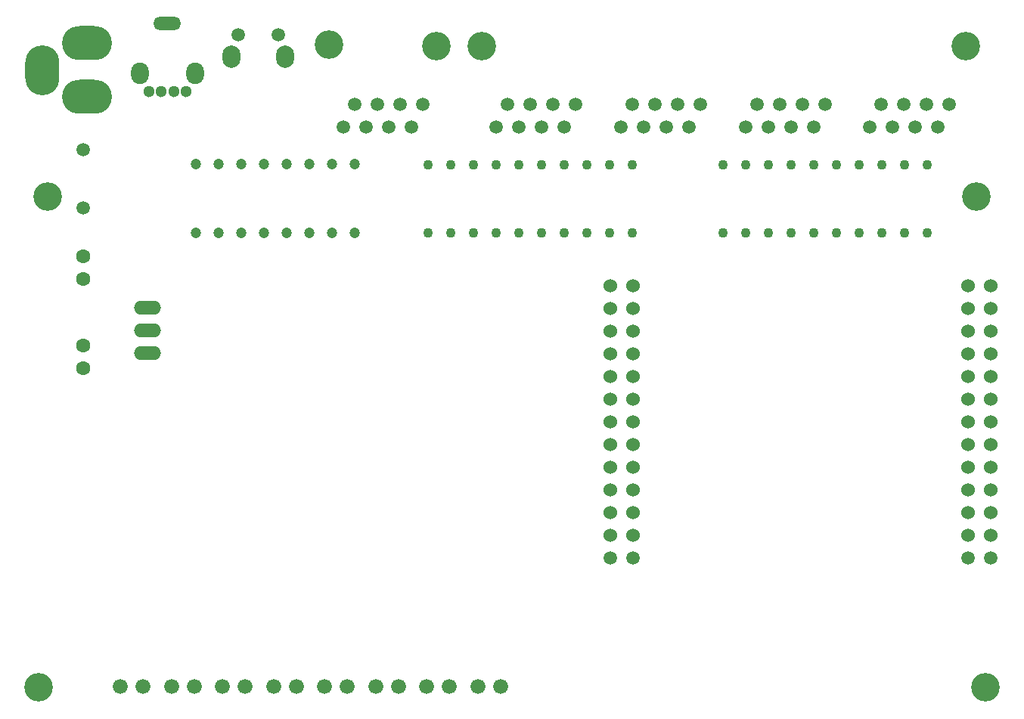
<source format=gbs>
G04 (created by PCBNEW (2013-07-07 BZR 4022)-stable) date 2013/12/2 11:28:43*
%MOIN*%
G04 Gerber Fmt 3.4, Leading zero omitted, Abs format*
%FSLAX34Y34*%
G01*
G70*
G90*
G04 APERTURE LIST*
%ADD10C,0.00590551*%
%ADD11O,0.12X0.06*%
%ADD12C,0.0433071*%
%ADD13O,0.15X0.22*%
%ADD14O,0.22X0.15*%
%ADD15C,0.0472441*%
%ADD16C,0.066*%
%ADD17C,0.0593*%
%ADD18O,0.0787402X0.0984252*%
%ADD19C,0.126*%
%ADD20C,0.063*%
%ADD21C,0.0590551*%
%ADD22C,0.06*%
%ADD23C,0.0511811*%
%ADD24O,0.0787402X0.0944882*%
%ADD25O,0.122047X0.0590551*%
%ADD26C,0.125984*%
G04 APERTURE END LIST*
G54D10*
G54D11*
X40625Y-22047D03*
X40625Y-21047D03*
X40625Y-23047D03*
G54D12*
X53000Y-17750D03*
X54000Y-17750D03*
X55000Y-17750D03*
X56000Y-17750D03*
X57000Y-17750D03*
X58000Y-17750D03*
X59000Y-17750D03*
X60000Y-17750D03*
X61000Y-17750D03*
X62000Y-17750D03*
X62000Y-14750D03*
X61000Y-14750D03*
X60000Y-14750D03*
X59000Y-14750D03*
X58000Y-14750D03*
X57000Y-14750D03*
X56000Y-14750D03*
X55000Y-14750D03*
X54000Y-14750D03*
X53000Y-14750D03*
X66000Y-17750D03*
X67000Y-17750D03*
X68000Y-17750D03*
X69000Y-17750D03*
X70000Y-17750D03*
X71000Y-17750D03*
X72000Y-17750D03*
X73000Y-17750D03*
X74000Y-17750D03*
X75000Y-17750D03*
X75000Y-14750D03*
X74000Y-14750D03*
X73000Y-14750D03*
X72000Y-14750D03*
X71000Y-14750D03*
X70000Y-14750D03*
X69000Y-14750D03*
X68000Y-14750D03*
X67000Y-14750D03*
X66000Y-14750D03*
G54D13*
X36000Y-10570D03*
G54D14*
X37970Y-11750D03*
X37970Y-9390D03*
G54D15*
X42750Y-17750D03*
X43750Y-17750D03*
X44750Y-17750D03*
X45750Y-17750D03*
X46750Y-17750D03*
X47750Y-17750D03*
X48750Y-17750D03*
X49750Y-17750D03*
X49750Y-14726D03*
X48750Y-14726D03*
X47742Y-14722D03*
X46746Y-14722D03*
X45750Y-14726D03*
X44750Y-14726D03*
X43750Y-14726D03*
X42750Y-14726D03*
G54D16*
X44925Y-37750D03*
X43925Y-37750D03*
X47175Y-37750D03*
X46175Y-37750D03*
X49425Y-37750D03*
X48425Y-37750D03*
X51675Y-37750D03*
X50675Y-37750D03*
X53925Y-37750D03*
X52925Y-37750D03*
X55200Y-37750D03*
X56200Y-37750D03*
X42675Y-37750D03*
X41675Y-37750D03*
G54D17*
X46385Y-9000D03*
X44614Y-9000D03*
G54D18*
X46681Y-9984D03*
X44318Y-9984D03*
G54D19*
X35826Y-37795D03*
X36220Y-16141D03*
X77559Y-37795D03*
X77165Y-16141D03*
G54D20*
X37795Y-23728D03*
X37795Y-22728D03*
X37795Y-18791D03*
X37795Y-19791D03*
G54D21*
X37795Y-14074D03*
X37795Y-16633D03*
G54D22*
X76771Y-20078D03*
X77771Y-20078D03*
X76771Y-21078D03*
X77771Y-21078D03*
X76771Y-22078D03*
X77771Y-22078D03*
X76771Y-23078D03*
X77771Y-23078D03*
X76771Y-24078D03*
X77771Y-24078D03*
X76771Y-25078D03*
X77771Y-25078D03*
X76771Y-26078D03*
X77771Y-26078D03*
X76771Y-27078D03*
X77771Y-27078D03*
X76771Y-28078D03*
X77771Y-28078D03*
X76771Y-29078D03*
X77771Y-29078D03*
X76771Y-30078D03*
X77771Y-30078D03*
X76771Y-31078D03*
X77771Y-31078D03*
G54D17*
X76771Y-32078D03*
X77771Y-32078D03*
G54D22*
X61023Y-20078D03*
X62023Y-20078D03*
X61023Y-21078D03*
X62023Y-21078D03*
X61023Y-22078D03*
X62023Y-22078D03*
X61023Y-23078D03*
X62023Y-23078D03*
X61023Y-24078D03*
X62023Y-24078D03*
X61023Y-25078D03*
X62023Y-25078D03*
X61023Y-26078D03*
X62023Y-26078D03*
X61023Y-27078D03*
X62023Y-27078D03*
X61023Y-28078D03*
X62023Y-28078D03*
X61023Y-29078D03*
X62023Y-29078D03*
X61023Y-30078D03*
X62023Y-30078D03*
X61023Y-31078D03*
X62023Y-31078D03*
G54D17*
X61023Y-32078D03*
X62023Y-32078D03*
G54D16*
X40425Y-37750D03*
X39425Y-37750D03*
G54D23*
X41224Y-11507D03*
X40673Y-11507D03*
X41775Y-11507D03*
X42326Y-11507D03*
G54D24*
X40287Y-10720D03*
X42712Y-10720D03*
G54D25*
X41500Y-8515D03*
G54D17*
X51250Y-13069D03*
X50750Y-12069D03*
X49750Y-12069D03*
X49250Y-13069D03*
X50250Y-13069D03*
X52750Y-12069D03*
X52250Y-13069D03*
X51750Y-12069D03*
G54D26*
X53362Y-9500D03*
X48637Y-9460D03*
X76687Y-9500D03*
X55348Y-9500D03*
G54D17*
X72470Y-13085D03*
X72970Y-12085D03*
X73470Y-13085D03*
X73970Y-12085D03*
X74470Y-13085D03*
X74970Y-12085D03*
X75470Y-13085D03*
X75970Y-12085D03*
X55995Y-13080D03*
X56495Y-12080D03*
X56995Y-13080D03*
X57495Y-12080D03*
X57995Y-13080D03*
X58495Y-12080D03*
X58995Y-13080D03*
X59495Y-12080D03*
X61485Y-13085D03*
X61985Y-12085D03*
X62485Y-13085D03*
X62985Y-12085D03*
X63485Y-13085D03*
X63985Y-12085D03*
X64485Y-13085D03*
X64985Y-12085D03*
X66985Y-13085D03*
X67485Y-12085D03*
X67985Y-13085D03*
X68485Y-12085D03*
X68985Y-13085D03*
X69485Y-12085D03*
X69985Y-13085D03*
X70485Y-12085D03*
M02*

</source>
